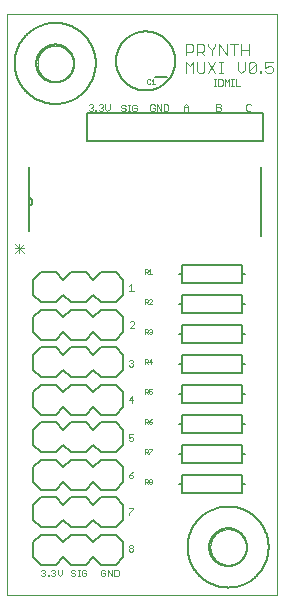
<source format=gto>
G75*
%MOIN*%
%OFA0B0*%
%FSLAX25Y25*%
%IPPOS*%
%LPD*%
%AMOC8*
5,1,8,0,0,1.08239X$1,22.5*
%
%ADD10C,0.00100*%
%ADD11C,0.00300*%
%ADD12C,0.00200*%
%ADD13C,0.00600*%
%ADD14C,0.00800*%
%ADD15C,0.00000*%
D10*
X0001050Y0001900D02*
X0001050Y0195601D01*
X0090971Y0195601D01*
X0090971Y0001900D01*
X0001050Y0001900D01*
X0046920Y0039029D02*
X0046920Y0040531D01*
X0047671Y0040531D01*
X0047921Y0040281D01*
X0047921Y0039780D01*
X0047671Y0039530D01*
X0046920Y0039530D01*
X0047421Y0039530D02*
X0047921Y0039029D01*
X0048394Y0039280D02*
X0048394Y0039530D01*
X0048644Y0039780D01*
X0049144Y0039780D01*
X0049394Y0039530D01*
X0049394Y0039280D01*
X0049144Y0039029D01*
X0048644Y0039029D01*
X0048394Y0039280D01*
X0048644Y0039780D02*
X0048394Y0040030D01*
X0048394Y0040281D01*
X0048644Y0040531D01*
X0049144Y0040531D01*
X0049394Y0040281D01*
X0049394Y0040030D01*
X0049144Y0039780D01*
X0048394Y0049029D02*
X0048394Y0049280D01*
X0049394Y0050281D01*
X0049394Y0050531D01*
X0048394Y0050531D01*
X0047921Y0050281D02*
X0047921Y0049780D01*
X0047671Y0049530D01*
X0046920Y0049530D01*
X0046920Y0049029D02*
X0046920Y0050531D01*
X0047671Y0050531D01*
X0047921Y0050281D01*
X0047421Y0049530D02*
X0047921Y0049029D01*
X0047921Y0059029D02*
X0047421Y0059530D01*
X0047671Y0059530D02*
X0046920Y0059530D01*
X0046920Y0059029D02*
X0046920Y0060531D01*
X0047671Y0060531D01*
X0047921Y0060281D01*
X0047921Y0059780D01*
X0047671Y0059530D01*
X0048394Y0059780D02*
X0049144Y0059780D01*
X0049394Y0059530D01*
X0049394Y0059280D01*
X0049144Y0059029D01*
X0048644Y0059029D01*
X0048394Y0059280D01*
X0048394Y0059780D01*
X0048894Y0060281D01*
X0049394Y0060531D01*
X0049144Y0069029D02*
X0048644Y0069029D01*
X0048394Y0069280D01*
X0048394Y0069780D02*
X0048894Y0070030D01*
X0049144Y0070030D01*
X0049394Y0069780D01*
X0049394Y0069280D01*
X0049144Y0069029D01*
X0048394Y0069780D02*
X0048394Y0070531D01*
X0049394Y0070531D01*
X0047921Y0070281D02*
X0047921Y0069780D01*
X0047671Y0069530D01*
X0046920Y0069530D01*
X0046920Y0069029D02*
X0046920Y0070531D01*
X0047671Y0070531D01*
X0047921Y0070281D01*
X0047421Y0069530D02*
X0047921Y0069029D01*
X0047921Y0079029D02*
X0047421Y0079530D01*
X0047671Y0079530D02*
X0046920Y0079530D01*
X0046920Y0079029D02*
X0046920Y0080531D01*
X0047671Y0080531D01*
X0047921Y0080281D01*
X0047921Y0079780D01*
X0047671Y0079530D01*
X0048394Y0079780D02*
X0049394Y0079780D01*
X0049144Y0079029D02*
X0049144Y0080531D01*
X0048394Y0079780D01*
X0048644Y0089029D02*
X0048394Y0089280D01*
X0048644Y0089029D02*
X0049144Y0089029D01*
X0049394Y0089280D01*
X0049394Y0089530D01*
X0049144Y0089780D01*
X0048894Y0089780D01*
X0049144Y0089780D02*
X0049394Y0090030D01*
X0049394Y0090281D01*
X0049144Y0090531D01*
X0048644Y0090531D01*
X0048394Y0090281D01*
X0047921Y0090281D02*
X0047671Y0090531D01*
X0046920Y0090531D01*
X0046920Y0089029D01*
X0046920Y0089530D02*
X0047671Y0089530D01*
X0047921Y0089780D01*
X0047921Y0090281D01*
X0047421Y0089530D02*
X0047921Y0089029D01*
X0047921Y0099029D02*
X0047421Y0099530D01*
X0047671Y0099530D02*
X0046920Y0099530D01*
X0046920Y0099029D02*
X0046920Y0100531D01*
X0047671Y0100531D01*
X0047921Y0100281D01*
X0047921Y0099780D01*
X0047671Y0099530D01*
X0048394Y0099029D02*
X0049394Y0100030D01*
X0049394Y0100281D01*
X0049144Y0100531D01*
X0048644Y0100531D01*
X0048394Y0100281D01*
X0048394Y0099029D02*
X0049394Y0099029D01*
X0049394Y0109029D02*
X0048394Y0109029D01*
X0047921Y0109029D02*
X0047421Y0109530D01*
X0047671Y0109530D02*
X0046920Y0109530D01*
X0046920Y0109029D02*
X0046920Y0110531D01*
X0047671Y0110531D01*
X0047921Y0110281D01*
X0047921Y0109780D01*
X0047671Y0109530D01*
X0048394Y0110030D02*
X0048894Y0110531D01*
X0048894Y0109029D01*
X0048629Y0172475D02*
X0048128Y0172475D01*
X0047878Y0172725D01*
X0047878Y0173726D01*
X0048128Y0173977D01*
X0048629Y0173977D01*
X0048879Y0173726D01*
X0049351Y0173476D02*
X0049852Y0173977D01*
X0049852Y0172475D01*
X0050352Y0172475D02*
X0049351Y0172475D01*
X0048879Y0172725D02*
X0048629Y0172475D01*
D11*
X0060732Y0175932D02*
X0060732Y0179635D01*
X0061967Y0178401D01*
X0063201Y0179635D01*
X0063201Y0175932D01*
X0064415Y0176549D02*
X0064415Y0179635D01*
X0064415Y0181932D02*
X0064415Y0185635D01*
X0066267Y0185635D01*
X0066884Y0185018D01*
X0066884Y0183783D01*
X0066267Y0183166D01*
X0064415Y0183166D01*
X0065650Y0183166D02*
X0066884Y0181932D01*
X0066884Y0179635D02*
X0066884Y0176549D01*
X0066267Y0175932D01*
X0065033Y0175932D01*
X0064415Y0176549D01*
X0068099Y0175932D02*
X0070567Y0179635D01*
X0069333Y0181932D02*
X0069333Y0183783D01*
X0070567Y0185018D01*
X0070567Y0185635D01*
X0069333Y0183783D02*
X0068099Y0185018D01*
X0068099Y0185635D01*
X0068099Y0179635D02*
X0070567Y0175932D01*
X0071782Y0175932D02*
X0073016Y0175932D01*
X0072399Y0175932D02*
X0072399Y0179635D01*
X0071782Y0179635D02*
X0073016Y0179635D01*
X0071782Y0181932D02*
X0071782Y0185635D01*
X0074250Y0181932D01*
X0074250Y0185635D01*
X0075465Y0185635D02*
X0077934Y0185635D01*
X0076699Y0185635D02*
X0076699Y0181932D01*
X0077920Y0179635D02*
X0077920Y0177166D01*
X0079155Y0175932D01*
X0080389Y0177166D01*
X0080389Y0179635D01*
X0081603Y0179018D02*
X0082221Y0179635D01*
X0083455Y0179635D01*
X0084072Y0179018D01*
X0081603Y0176549D01*
X0082221Y0175932D01*
X0083455Y0175932D01*
X0084072Y0176549D01*
X0084072Y0179018D01*
X0085287Y0176549D02*
X0085904Y0176549D01*
X0085904Y0175932D01*
X0085287Y0175932D01*
X0085287Y0176549D01*
X0087128Y0176549D02*
X0087745Y0175932D01*
X0088980Y0175932D01*
X0089597Y0176549D01*
X0089597Y0177783D01*
X0088980Y0178401D01*
X0088363Y0178401D01*
X0087128Y0177783D01*
X0087128Y0179635D01*
X0089597Y0179635D01*
X0081603Y0179018D02*
X0081603Y0176549D01*
X0081617Y0181932D02*
X0081617Y0185635D01*
X0081617Y0183783D02*
X0079148Y0183783D01*
X0079148Y0181932D02*
X0079148Y0185635D01*
X0063201Y0185018D02*
X0063201Y0183783D01*
X0062584Y0183166D01*
X0060732Y0183166D01*
X0060732Y0181932D02*
X0060732Y0185635D01*
X0062584Y0185635D01*
X0063201Y0185018D01*
X0006766Y0119125D02*
X0003630Y0115989D01*
X0006766Y0119125D01*
X0006766Y0117557D02*
X0003630Y0117557D01*
X0006766Y0117557D01*
X0006766Y0115989D02*
X0003630Y0119125D01*
X0006766Y0115989D01*
X0005198Y0115989D02*
X0005198Y0119125D01*
X0005198Y0115989D01*
D12*
X0028687Y0163388D02*
X0028320Y0163755D01*
X0028687Y0163388D02*
X0029421Y0163388D01*
X0029788Y0163755D01*
X0029788Y0164122D01*
X0029421Y0164489D01*
X0029054Y0164489D01*
X0029421Y0164489D02*
X0029788Y0164856D01*
X0029788Y0165223D01*
X0029421Y0165590D01*
X0028687Y0165590D01*
X0028320Y0165223D01*
X0030530Y0163755D02*
X0030897Y0163755D01*
X0030897Y0163388D01*
X0030530Y0163388D01*
X0030530Y0163755D01*
X0031635Y0163755D02*
X0032002Y0163388D01*
X0032736Y0163388D01*
X0033103Y0163755D01*
X0033103Y0164122D01*
X0032736Y0164489D01*
X0032369Y0164489D01*
X0032736Y0164489D02*
X0033103Y0164856D01*
X0033103Y0165223D01*
X0032736Y0165590D01*
X0032002Y0165590D01*
X0031635Y0165223D01*
X0033845Y0165590D02*
X0033845Y0164122D01*
X0034579Y0163388D01*
X0035313Y0164122D01*
X0035313Y0165590D01*
X0039144Y0165127D02*
X0039144Y0164760D01*
X0039511Y0164394D01*
X0040245Y0164394D01*
X0040612Y0164027D01*
X0040612Y0163660D01*
X0040245Y0163293D01*
X0039511Y0163293D01*
X0039144Y0163660D01*
X0039144Y0165127D02*
X0039511Y0165494D01*
X0040245Y0165494D01*
X0040612Y0165127D01*
X0041354Y0165494D02*
X0042088Y0165494D01*
X0041721Y0165494D02*
X0041721Y0163293D01*
X0041354Y0163293D02*
X0042088Y0163293D01*
X0042828Y0163660D02*
X0043195Y0163293D01*
X0043928Y0163293D01*
X0044295Y0163660D01*
X0044295Y0164394D01*
X0043562Y0164394D01*
X0044295Y0165127D02*
X0043928Y0165494D01*
X0043195Y0165494D01*
X0042828Y0165127D01*
X0042828Y0163660D01*
X0048868Y0163678D02*
X0049235Y0163311D01*
X0049969Y0163311D01*
X0050336Y0163678D01*
X0050336Y0164412D01*
X0049602Y0164412D01*
X0048868Y0165146D02*
X0048868Y0163678D01*
X0048868Y0165146D02*
X0049235Y0165513D01*
X0049969Y0165513D01*
X0050336Y0165146D01*
X0051078Y0165513D02*
X0051078Y0163311D01*
X0052546Y0163311D02*
X0051078Y0165513D01*
X0052546Y0165513D02*
X0052546Y0163311D01*
X0053288Y0163311D02*
X0053288Y0165513D01*
X0054389Y0165513D01*
X0054756Y0165146D01*
X0054756Y0163678D01*
X0054389Y0163311D01*
X0053288Y0163311D01*
X0060020Y0163413D02*
X0060020Y0164880D01*
X0060754Y0165614D01*
X0061488Y0164880D01*
X0061488Y0163413D01*
X0061488Y0164513D02*
X0060020Y0164513D01*
X0069981Y0171672D02*
X0070715Y0171672D01*
X0070348Y0171672D02*
X0070348Y0173874D01*
X0069981Y0173874D02*
X0070715Y0173874D01*
X0071454Y0173874D02*
X0072555Y0173874D01*
X0072922Y0173507D01*
X0072922Y0172039D01*
X0072555Y0171672D01*
X0071454Y0171672D01*
X0071454Y0173874D01*
X0073664Y0173874D02*
X0073664Y0171672D01*
X0075132Y0171672D02*
X0075132Y0173874D01*
X0074398Y0173140D01*
X0073664Y0173874D01*
X0075874Y0173874D02*
X0076608Y0173874D01*
X0076241Y0173874D02*
X0076241Y0171672D01*
X0075874Y0171672D02*
X0076608Y0171672D01*
X0077347Y0171672D02*
X0077347Y0173874D01*
X0077347Y0171672D02*
X0078815Y0171672D01*
X0081273Y0165596D02*
X0080906Y0165229D01*
X0080906Y0163761D01*
X0081273Y0163394D01*
X0082007Y0163394D01*
X0082374Y0163761D01*
X0082374Y0165229D02*
X0082007Y0165596D01*
X0081273Y0165596D01*
X0072318Y0165247D02*
X0072318Y0164880D01*
X0071951Y0164513D01*
X0070850Y0164513D01*
X0070850Y0163413D02*
X0071951Y0163413D01*
X0072318Y0163780D01*
X0072318Y0164147D01*
X0071951Y0164513D01*
X0072318Y0165247D02*
X0071951Y0165614D01*
X0070850Y0165614D01*
X0070850Y0163413D01*
X0042568Y0105605D02*
X0042568Y0103403D01*
X0041834Y0103403D02*
X0043302Y0103403D01*
X0041834Y0104871D02*
X0042568Y0105605D01*
X0042376Y0093208D02*
X0042009Y0092841D01*
X0042376Y0093208D02*
X0043110Y0093208D01*
X0043477Y0092841D01*
X0043477Y0092474D01*
X0042009Y0091006D01*
X0043477Y0091006D01*
X0042877Y0080358D02*
X0042143Y0080358D01*
X0041776Y0079991D01*
X0042510Y0079257D02*
X0042877Y0079257D01*
X0043244Y0078890D01*
X0043244Y0078523D01*
X0042877Y0078156D01*
X0042143Y0078156D01*
X0041776Y0078523D01*
X0042877Y0079257D02*
X0043244Y0079624D01*
X0043244Y0079991D01*
X0042877Y0080358D01*
X0042760Y0068179D02*
X0041660Y0067078D01*
X0043127Y0067078D01*
X0042760Y0065977D02*
X0042760Y0068179D01*
X0043244Y0055533D02*
X0041776Y0055533D01*
X0041776Y0054432D01*
X0042510Y0054799D01*
X0042877Y0054799D01*
X0043244Y0054432D01*
X0043244Y0053698D01*
X0042877Y0053331D01*
X0042143Y0053331D01*
X0041776Y0053698D01*
X0043157Y0043092D02*
X0042423Y0042725D01*
X0041689Y0041991D01*
X0042790Y0041991D01*
X0043157Y0041624D01*
X0043157Y0041257D01*
X0042790Y0040890D01*
X0042056Y0040890D01*
X0041689Y0041257D01*
X0041689Y0041991D01*
X0041689Y0031029D02*
X0043157Y0031029D01*
X0043157Y0030662D01*
X0041689Y0029194D01*
X0041689Y0028827D01*
X0042056Y0018675D02*
X0041689Y0018308D01*
X0041689Y0017941D01*
X0042056Y0017574D01*
X0042790Y0017574D01*
X0043157Y0017207D01*
X0043157Y0016840D01*
X0042790Y0016473D01*
X0042056Y0016473D01*
X0041689Y0016840D01*
X0041689Y0017207D01*
X0042056Y0017574D01*
X0042790Y0017574D02*
X0043157Y0017941D01*
X0043157Y0018308D01*
X0042790Y0018675D01*
X0042056Y0018675D01*
X0037947Y0010484D02*
X0038314Y0010117D01*
X0038314Y0008649D01*
X0037947Y0008282D01*
X0036846Y0008282D01*
X0036846Y0010484D01*
X0037947Y0010484D01*
X0036104Y0010484D02*
X0036104Y0008282D01*
X0034636Y0010484D01*
X0034636Y0008282D01*
X0033894Y0008649D02*
X0033894Y0009383D01*
X0033160Y0009383D01*
X0033894Y0008649D02*
X0033527Y0008282D01*
X0032793Y0008282D01*
X0032426Y0008649D01*
X0032426Y0010117D01*
X0032793Y0010484D01*
X0033527Y0010484D01*
X0033894Y0010117D01*
X0027577Y0010117D02*
X0027210Y0010484D01*
X0026476Y0010484D01*
X0026109Y0010117D01*
X0026109Y0008649D01*
X0026476Y0008282D01*
X0027210Y0008282D01*
X0027577Y0008649D01*
X0027577Y0009383D01*
X0026843Y0009383D01*
X0025370Y0008282D02*
X0024636Y0008282D01*
X0025003Y0008282D02*
X0025003Y0010484D01*
X0024636Y0010484D02*
X0025370Y0010484D01*
X0023894Y0010117D02*
X0023527Y0010484D01*
X0022793Y0010484D01*
X0022426Y0010117D01*
X0022426Y0009750D01*
X0022793Y0009383D01*
X0023527Y0009383D01*
X0023894Y0009016D01*
X0023894Y0008649D01*
X0023527Y0008282D01*
X0022793Y0008282D01*
X0022426Y0008649D01*
X0019418Y0009016D02*
X0019418Y0010484D01*
X0017951Y0010484D02*
X0017951Y0009016D01*
X0018685Y0008282D01*
X0019418Y0009016D01*
X0017209Y0009016D02*
X0017209Y0008649D01*
X0016842Y0008282D01*
X0016108Y0008282D01*
X0015741Y0008649D01*
X0015003Y0008649D02*
X0015003Y0008282D01*
X0014636Y0008282D01*
X0014636Y0008649D01*
X0015003Y0008649D01*
X0015741Y0010117D02*
X0016108Y0010484D01*
X0016842Y0010484D01*
X0017209Y0010117D01*
X0017209Y0009750D01*
X0016842Y0009383D01*
X0017209Y0009016D01*
X0016842Y0009383D02*
X0016475Y0009383D01*
X0013894Y0009016D02*
X0013894Y0008649D01*
X0013527Y0008282D01*
X0012793Y0008282D01*
X0012426Y0008649D01*
X0013160Y0009383D02*
X0013527Y0009383D01*
X0013894Y0009016D01*
X0013527Y0009383D02*
X0013894Y0009750D01*
X0013894Y0010117D01*
X0013527Y0010484D01*
X0012793Y0010484D01*
X0012426Y0010117D01*
D13*
X0008300Y0123339D02*
X0008300Y0131939D01*
X0008300Y0134339D01*
X0008300Y0144639D01*
X0008300Y0134339D02*
X0008369Y0134337D01*
X0008437Y0134331D01*
X0008505Y0134321D01*
X0008572Y0134308D01*
X0008638Y0134290D01*
X0008703Y0134269D01*
X0008767Y0134244D01*
X0008829Y0134216D01*
X0008890Y0134184D01*
X0008949Y0134149D01*
X0009005Y0134110D01*
X0009060Y0134068D01*
X0009111Y0134023D01*
X0009161Y0133975D01*
X0009207Y0133925D01*
X0009250Y0133872D01*
X0009291Y0133816D01*
X0009328Y0133759D01*
X0009361Y0133699D01*
X0009392Y0133637D01*
X0009418Y0133574D01*
X0009441Y0133510D01*
X0009461Y0133444D01*
X0009476Y0133377D01*
X0009488Y0133310D01*
X0009496Y0133242D01*
X0009500Y0133173D01*
X0009500Y0133105D01*
X0009496Y0133036D01*
X0009488Y0132968D01*
X0009476Y0132901D01*
X0009461Y0132834D01*
X0009441Y0132768D01*
X0009418Y0132704D01*
X0009392Y0132641D01*
X0009361Y0132579D01*
X0009328Y0132519D01*
X0009291Y0132462D01*
X0009250Y0132406D01*
X0009207Y0132353D01*
X0009161Y0132303D01*
X0009111Y0132255D01*
X0009060Y0132210D01*
X0009005Y0132168D01*
X0008949Y0132129D01*
X0008890Y0132094D01*
X0008829Y0132062D01*
X0008767Y0132034D01*
X0008703Y0132009D01*
X0008638Y0131988D01*
X0008572Y0131970D01*
X0008505Y0131957D01*
X0008437Y0131947D01*
X0008369Y0131941D01*
X0008300Y0131939D01*
X0008369Y0131941D01*
X0008437Y0131947D01*
X0008505Y0131957D01*
X0008572Y0131970D01*
X0008638Y0131988D01*
X0008703Y0132009D01*
X0008767Y0132034D01*
X0008829Y0132062D01*
X0008890Y0132094D01*
X0008949Y0132129D01*
X0009005Y0132168D01*
X0009060Y0132210D01*
X0009111Y0132255D01*
X0009161Y0132303D01*
X0009207Y0132353D01*
X0009250Y0132406D01*
X0009291Y0132462D01*
X0009328Y0132519D01*
X0009361Y0132579D01*
X0009392Y0132641D01*
X0009418Y0132704D01*
X0009441Y0132768D01*
X0009461Y0132834D01*
X0009476Y0132901D01*
X0009488Y0132968D01*
X0009496Y0133036D01*
X0009500Y0133105D01*
X0009500Y0133173D01*
X0009496Y0133242D01*
X0009488Y0133310D01*
X0009476Y0133377D01*
X0009461Y0133444D01*
X0009441Y0133510D01*
X0009418Y0133574D01*
X0009392Y0133637D01*
X0009361Y0133699D01*
X0009328Y0133759D01*
X0009291Y0133816D01*
X0009250Y0133872D01*
X0009207Y0133925D01*
X0009161Y0133975D01*
X0009111Y0134023D01*
X0009060Y0134068D01*
X0009005Y0134110D01*
X0008949Y0134149D01*
X0008890Y0134184D01*
X0008829Y0134216D01*
X0008767Y0134244D01*
X0008703Y0134269D01*
X0008638Y0134290D01*
X0008572Y0134308D01*
X0008505Y0134321D01*
X0008437Y0134331D01*
X0008369Y0134337D01*
X0008300Y0134339D01*
X0027696Y0153234D02*
X0027696Y0162419D01*
X0027780Y0162503D02*
X0086552Y0162503D01*
X0086552Y0153234D01*
X0027696Y0153234D01*
X0003651Y0179225D02*
X0003655Y0179556D01*
X0003667Y0179887D01*
X0003688Y0180218D01*
X0003716Y0180548D01*
X0003753Y0180878D01*
X0003797Y0181206D01*
X0003850Y0181533D01*
X0003910Y0181859D01*
X0003979Y0182183D01*
X0004056Y0182505D01*
X0004140Y0182826D01*
X0004232Y0183144D01*
X0004332Y0183460D01*
X0004440Y0183773D01*
X0004556Y0184084D01*
X0004679Y0184391D01*
X0004809Y0184696D01*
X0004947Y0184997D01*
X0005092Y0185295D01*
X0005245Y0185589D01*
X0005405Y0185879D01*
X0005572Y0186165D01*
X0005745Y0186447D01*
X0005926Y0186725D01*
X0006114Y0186998D01*
X0006308Y0187267D01*
X0006508Y0187531D01*
X0006715Y0187789D01*
X0006929Y0188043D01*
X0007148Y0188291D01*
X0007374Y0188534D01*
X0007605Y0188771D01*
X0007842Y0189002D01*
X0008085Y0189228D01*
X0008333Y0189447D01*
X0008587Y0189661D01*
X0008845Y0189868D01*
X0009109Y0190068D01*
X0009378Y0190262D01*
X0009651Y0190450D01*
X0009929Y0190631D01*
X0010211Y0190804D01*
X0010497Y0190971D01*
X0010787Y0191131D01*
X0011081Y0191284D01*
X0011379Y0191429D01*
X0011680Y0191567D01*
X0011985Y0191697D01*
X0012292Y0191820D01*
X0012603Y0191936D01*
X0012916Y0192044D01*
X0013232Y0192144D01*
X0013550Y0192236D01*
X0013871Y0192320D01*
X0014193Y0192397D01*
X0014517Y0192466D01*
X0014843Y0192526D01*
X0015170Y0192579D01*
X0015498Y0192623D01*
X0015828Y0192660D01*
X0016158Y0192688D01*
X0016489Y0192709D01*
X0016820Y0192721D01*
X0017151Y0192725D01*
X0017482Y0192721D01*
X0017813Y0192709D01*
X0018144Y0192688D01*
X0018474Y0192660D01*
X0018804Y0192623D01*
X0019132Y0192579D01*
X0019459Y0192526D01*
X0019785Y0192466D01*
X0020109Y0192397D01*
X0020431Y0192320D01*
X0020752Y0192236D01*
X0021070Y0192144D01*
X0021386Y0192044D01*
X0021699Y0191936D01*
X0022010Y0191820D01*
X0022317Y0191697D01*
X0022622Y0191567D01*
X0022923Y0191429D01*
X0023221Y0191284D01*
X0023515Y0191131D01*
X0023805Y0190971D01*
X0024091Y0190804D01*
X0024373Y0190631D01*
X0024651Y0190450D01*
X0024924Y0190262D01*
X0025193Y0190068D01*
X0025457Y0189868D01*
X0025715Y0189661D01*
X0025969Y0189447D01*
X0026217Y0189228D01*
X0026460Y0189002D01*
X0026697Y0188771D01*
X0026928Y0188534D01*
X0027154Y0188291D01*
X0027373Y0188043D01*
X0027587Y0187789D01*
X0027794Y0187531D01*
X0027994Y0187267D01*
X0028188Y0186998D01*
X0028376Y0186725D01*
X0028557Y0186447D01*
X0028730Y0186165D01*
X0028897Y0185879D01*
X0029057Y0185589D01*
X0029210Y0185295D01*
X0029355Y0184997D01*
X0029493Y0184696D01*
X0029623Y0184391D01*
X0029746Y0184084D01*
X0029862Y0183773D01*
X0029970Y0183460D01*
X0030070Y0183144D01*
X0030162Y0182826D01*
X0030246Y0182505D01*
X0030323Y0182183D01*
X0030392Y0181859D01*
X0030452Y0181533D01*
X0030505Y0181206D01*
X0030549Y0180878D01*
X0030586Y0180548D01*
X0030614Y0180218D01*
X0030635Y0179887D01*
X0030647Y0179556D01*
X0030651Y0179225D01*
X0030647Y0178894D01*
X0030635Y0178563D01*
X0030614Y0178232D01*
X0030586Y0177902D01*
X0030549Y0177572D01*
X0030505Y0177244D01*
X0030452Y0176917D01*
X0030392Y0176591D01*
X0030323Y0176267D01*
X0030246Y0175945D01*
X0030162Y0175624D01*
X0030070Y0175306D01*
X0029970Y0174990D01*
X0029862Y0174677D01*
X0029746Y0174366D01*
X0029623Y0174059D01*
X0029493Y0173754D01*
X0029355Y0173453D01*
X0029210Y0173155D01*
X0029057Y0172861D01*
X0028897Y0172571D01*
X0028730Y0172285D01*
X0028557Y0172003D01*
X0028376Y0171725D01*
X0028188Y0171452D01*
X0027994Y0171183D01*
X0027794Y0170919D01*
X0027587Y0170661D01*
X0027373Y0170407D01*
X0027154Y0170159D01*
X0026928Y0169916D01*
X0026697Y0169679D01*
X0026460Y0169448D01*
X0026217Y0169222D01*
X0025969Y0169003D01*
X0025715Y0168789D01*
X0025457Y0168582D01*
X0025193Y0168382D01*
X0024924Y0168188D01*
X0024651Y0168000D01*
X0024373Y0167819D01*
X0024091Y0167646D01*
X0023805Y0167479D01*
X0023515Y0167319D01*
X0023221Y0167166D01*
X0022923Y0167021D01*
X0022622Y0166883D01*
X0022317Y0166753D01*
X0022010Y0166630D01*
X0021699Y0166514D01*
X0021386Y0166406D01*
X0021070Y0166306D01*
X0020752Y0166214D01*
X0020431Y0166130D01*
X0020109Y0166053D01*
X0019785Y0165984D01*
X0019459Y0165924D01*
X0019132Y0165871D01*
X0018804Y0165827D01*
X0018474Y0165790D01*
X0018144Y0165762D01*
X0017813Y0165741D01*
X0017482Y0165729D01*
X0017151Y0165725D01*
X0016820Y0165729D01*
X0016489Y0165741D01*
X0016158Y0165762D01*
X0015828Y0165790D01*
X0015498Y0165827D01*
X0015170Y0165871D01*
X0014843Y0165924D01*
X0014517Y0165984D01*
X0014193Y0166053D01*
X0013871Y0166130D01*
X0013550Y0166214D01*
X0013232Y0166306D01*
X0012916Y0166406D01*
X0012603Y0166514D01*
X0012292Y0166630D01*
X0011985Y0166753D01*
X0011680Y0166883D01*
X0011379Y0167021D01*
X0011081Y0167166D01*
X0010787Y0167319D01*
X0010497Y0167479D01*
X0010211Y0167646D01*
X0009929Y0167819D01*
X0009651Y0168000D01*
X0009378Y0168188D01*
X0009109Y0168382D01*
X0008845Y0168582D01*
X0008587Y0168789D01*
X0008333Y0169003D01*
X0008085Y0169222D01*
X0007842Y0169448D01*
X0007605Y0169679D01*
X0007374Y0169916D01*
X0007148Y0170159D01*
X0006929Y0170407D01*
X0006715Y0170661D01*
X0006508Y0170919D01*
X0006308Y0171183D01*
X0006114Y0171452D01*
X0005926Y0171725D01*
X0005745Y0172003D01*
X0005572Y0172285D01*
X0005405Y0172571D01*
X0005245Y0172861D01*
X0005092Y0173155D01*
X0004947Y0173453D01*
X0004809Y0173754D01*
X0004679Y0174059D01*
X0004556Y0174366D01*
X0004440Y0174677D01*
X0004332Y0174990D01*
X0004232Y0175306D01*
X0004140Y0175624D01*
X0004056Y0175945D01*
X0003979Y0176267D01*
X0003910Y0176591D01*
X0003850Y0176917D01*
X0003797Y0177244D01*
X0003753Y0177572D01*
X0003716Y0177902D01*
X0003688Y0178232D01*
X0003667Y0178563D01*
X0003655Y0178894D01*
X0003651Y0179225D01*
X0061274Y0018000D02*
X0061278Y0018331D01*
X0061290Y0018662D01*
X0061311Y0018993D01*
X0061339Y0019323D01*
X0061376Y0019653D01*
X0061420Y0019981D01*
X0061473Y0020308D01*
X0061533Y0020634D01*
X0061602Y0020958D01*
X0061679Y0021280D01*
X0061763Y0021601D01*
X0061855Y0021919D01*
X0061955Y0022235D01*
X0062063Y0022548D01*
X0062179Y0022859D01*
X0062302Y0023166D01*
X0062432Y0023471D01*
X0062570Y0023772D01*
X0062715Y0024070D01*
X0062868Y0024364D01*
X0063028Y0024654D01*
X0063195Y0024940D01*
X0063368Y0025222D01*
X0063549Y0025500D01*
X0063737Y0025773D01*
X0063931Y0026042D01*
X0064131Y0026306D01*
X0064338Y0026564D01*
X0064552Y0026818D01*
X0064771Y0027066D01*
X0064997Y0027309D01*
X0065228Y0027546D01*
X0065465Y0027777D01*
X0065708Y0028003D01*
X0065956Y0028222D01*
X0066210Y0028436D01*
X0066468Y0028643D01*
X0066732Y0028843D01*
X0067001Y0029037D01*
X0067274Y0029225D01*
X0067552Y0029406D01*
X0067834Y0029579D01*
X0068120Y0029746D01*
X0068410Y0029906D01*
X0068704Y0030059D01*
X0069002Y0030204D01*
X0069303Y0030342D01*
X0069608Y0030472D01*
X0069915Y0030595D01*
X0070226Y0030711D01*
X0070539Y0030819D01*
X0070855Y0030919D01*
X0071173Y0031011D01*
X0071494Y0031095D01*
X0071816Y0031172D01*
X0072140Y0031241D01*
X0072466Y0031301D01*
X0072793Y0031354D01*
X0073121Y0031398D01*
X0073451Y0031435D01*
X0073781Y0031463D01*
X0074112Y0031484D01*
X0074443Y0031496D01*
X0074774Y0031500D01*
X0075105Y0031496D01*
X0075436Y0031484D01*
X0075767Y0031463D01*
X0076097Y0031435D01*
X0076427Y0031398D01*
X0076755Y0031354D01*
X0077082Y0031301D01*
X0077408Y0031241D01*
X0077732Y0031172D01*
X0078054Y0031095D01*
X0078375Y0031011D01*
X0078693Y0030919D01*
X0079009Y0030819D01*
X0079322Y0030711D01*
X0079633Y0030595D01*
X0079940Y0030472D01*
X0080245Y0030342D01*
X0080546Y0030204D01*
X0080844Y0030059D01*
X0081138Y0029906D01*
X0081428Y0029746D01*
X0081714Y0029579D01*
X0081996Y0029406D01*
X0082274Y0029225D01*
X0082547Y0029037D01*
X0082816Y0028843D01*
X0083080Y0028643D01*
X0083338Y0028436D01*
X0083592Y0028222D01*
X0083840Y0028003D01*
X0084083Y0027777D01*
X0084320Y0027546D01*
X0084551Y0027309D01*
X0084777Y0027066D01*
X0084996Y0026818D01*
X0085210Y0026564D01*
X0085417Y0026306D01*
X0085617Y0026042D01*
X0085811Y0025773D01*
X0085999Y0025500D01*
X0086180Y0025222D01*
X0086353Y0024940D01*
X0086520Y0024654D01*
X0086680Y0024364D01*
X0086833Y0024070D01*
X0086978Y0023772D01*
X0087116Y0023471D01*
X0087246Y0023166D01*
X0087369Y0022859D01*
X0087485Y0022548D01*
X0087593Y0022235D01*
X0087693Y0021919D01*
X0087785Y0021601D01*
X0087869Y0021280D01*
X0087946Y0020958D01*
X0088015Y0020634D01*
X0088075Y0020308D01*
X0088128Y0019981D01*
X0088172Y0019653D01*
X0088209Y0019323D01*
X0088237Y0018993D01*
X0088258Y0018662D01*
X0088270Y0018331D01*
X0088274Y0018000D01*
X0088270Y0017669D01*
X0088258Y0017338D01*
X0088237Y0017007D01*
X0088209Y0016677D01*
X0088172Y0016347D01*
X0088128Y0016019D01*
X0088075Y0015692D01*
X0088015Y0015366D01*
X0087946Y0015042D01*
X0087869Y0014720D01*
X0087785Y0014399D01*
X0087693Y0014081D01*
X0087593Y0013765D01*
X0087485Y0013452D01*
X0087369Y0013141D01*
X0087246Y0012834D01*
X0087116Y0012529D01*
X0086978Y0012228D01*
X0086833Y0011930D01*
X0086680Y0011636D01*
X0086520Y0011346D01*
X0086353Y0011060D01*
X0086180Y0010778D01*
X0085999Y0010500D01*
X0085811Y0010227D01*
X0085617Y0009958D01*
X0085417Y0009694D01*
X0085210Y0009436D01*
X0084996Y0009182D01*
X0084777Y0008934D01*
X0084551Y0008691D01*
X0084320Y0008454D01*
X0084083Y0008223D01*
X0083840Y0007997D01*
X0083592Y0007778D01*
X0083338Y0007564D01*
X0083080Y0007357D01*
X0082816Y0007157D01*
X0082547Y0006963D01*
X0082274Y0006775D01*
X0081996Y0006594D01*
X0081714Y0006421D01*
X0081428Y0006254D01*
X0081138Y0006094D01*
X0080844Y0005941D01*
X0080546Y0005796D01*
X0080245Y0005658D01*
X0079940Y0005528D01*
X0079633Y0005405D01*
X0079322Y0005289D01*
X0079009Y0005181D01*
X0078693Y0005081D01*
X0078375Y0004989D01*
X0078054Y0004905D01*
X0077732Y0004828D01*
X0077408Y0004759D01*
X0077082Y0004699D01*
X0076755Y0004646D01*
X0076427Y0004602D01*
X0076097Y0004565D01*
X0075767Y0004537D01*
X0075436Y0004516D01*
X0075105Y0004504D01*
X0074774Y0004500D01*
X0074443Y0004504D01*
X0074112Y0004516D01*
X0073781Y0004537D01*
X0073451Y0004565D01*
X0073121Y0004602D01*
X0072793Y0004646D01*
X0072466Y0004699D01*
X0072140Y0004759D01*
X0071816Y0004828D01*
X0071494Y0004905D01*
X0071173Y0004989D01*
X0070855Y0005081D01*
X0070539Y0005181D01*
X0070226Y0005289D01*
X0069915Y0005405D01*
X0069608Y0005528D01*
X0069303Y0005658D01*
X0069002Y0005796D01*
X0068704Y0005941D01*
X0068410Y0006094D01*
X0068120Y0006254D01*
X0067834Y0006421D01*
X0067552Y0006594D01*
X0067274Y0006775D01*
X0067001Y0006963D01*
X0066732Y0007157D01*
X0066468Y0007357D01*
X0066210Y0007564D01*
X0065956Y0007778D01*
X0065708Y0007997D01*
X0065465Y0008223D01*
X0065228Y0008454D01*
X0064997Y0008691D01*
X0064771Y0008934D01*
X0064552Y0009182D01*
X0064338Y0009436D01*
X0064131Y0009694D01*
X0063931Y0009958D01*
X0063737Y0010227D01*
X0063549Y0010500D01*
X0063368Y0010778D01*
X0063195Y0011060D01*
X0063028Y0011346D01*
X0062868Y0011636D01*
X0062715Y0011930D01*
X0062570Y0012228D01*
X0062432Y0012529D01*
X0062302Y0012834D01*
X0062179Y0013141D01*
X0062063Y0013452D01*
X0061955Y0013765D01*
X0061855Y0014081D01*
X0061763Y0014399D01*
X0061679Y0014720D01*
X0061602Y0015042D01*
X0061533Y0015366D01*
X0061473Y0015692D01*
X0061420Y0016019D01*
X0061376Y0016347D01*
X0061339Y0016677D01*
X0061311Y0017007D01*
X0061290Y0017338D01*
X0061278Y0017669D01*
X0061274Y0018000D01*
X0085900Y0121639D02*
X0085900Y0144639D01*
D14*
X0079370Y0111979D02*
X0079370Y0108979D01*
X0080370Y0108979D01*
X0079370Y0108979D02*
X0079370Y0105979D01*
X0059370Y0105979D01*
X0059370Y0108979D01*
X0058370Y0108979D01*
X0059370Y0108979D02*
X0059370Y0111979D01*
X0079370Y0111979D01*
X0079370Y0101979D02*
X0079370Y0098979D01*
X0080370Y0098979D01*
X0079370Y0098979D02*
X0079370Y0095979D01*
X0059370Y0095979D01*
X0059370Y0098979D01*
X0058370Y0098979D01*
X0059370Y0098979D02*
X0059370Y0101979D01*
X0079370Y0101979D01*
X0079370Y0091979D02*
X0079370Y0088979D01*
X0080370Y0088979D01*
X0079370Y0088979D02*
X0079370Y0085979D01*
X0059370Y0085979D01*
X0059370Y0088979D01*
X0058370Y0088979D01*
X0059370Y0088979D02*
X0059370Y0091979D01*
X0079370Y0091979D01*
X0079370Y0081979D02*
X0079370Y0078979D01*
X0080370Y0078979D01*
X0079370Y0078979D02*
X0079370Y0075979D01*
X0059370Y0075979D01*
X0059370Y0078979D01*
X0058370Y0078979D01*
X0059370Y0078979D02*
X0059370Y0081979D01*
X0079370Y0081979D01*
X0079370Y0071979D02*
X0079370Y0068979D01*
X0080370Y0068979D01*
X0079370Y0068979D02*
X0079370Y0065979D01*
X0059370Y0065979D01*
X0059370Y0068979D01*
X0058370Y0068979D01*
X0059370Y0068979D02*
X0059370Y0071979D01*
X0079370Y0071979D01*
X0079370Y0061979D02*
X0079370Y0058979D01*
X0080370Y0058979D01*
X0079370Y0058979D02*
X0079370Y0055979D01*
X0059370Y0055979D01*
X0059370Y0058979D01*
X0058370Y0058979D01*
X0059370Y0058979D02*
X0059370Y0061979D01*
X0079370Y0061979D01*
X0079370Y0051979D02*
X0079370Y0048979D01*
X0080370Y0048979D01*
X0079370Y0048979D02*
X0079370Y0045979D01*
X0059370Y0045979D01*
X0059370Y0048979D01*
X0058370Y0048979D01*
X0059370Y0048979D02*
X0059370Y0051979D01*
X0079370Y0051979D01*
X0079370Y0041979D02*
X0079370Y0038979D01*
X0080370Y0038979D01*
X0079370Y0038979D02*
X0079370Y0035979D01*
X0059370Y0035979D01*
X0059370Y0038979D01*
X0058370Y0038979D01*
X0059370Y0038979D02*
X0059370Y0041979D01*
X0079370Y0041979D01*
X0068475Y0018000D02*
X0068477Y0018158D01*
X0068483Y0018316D01*
X0068493Y0018474D01*
X0068507Y0018632D01*
X0068525Y0018789D01*
X0068546Y0018946D01*
X0068572Y0019102D01*
X0068602Y0019258D01*
X0068635Y0019413D01*
X0068673Y0019566D01*
X0068714Y0019719D01*
X0068759Y0019871D01*
X0068808Y0020022D01*
X0068861Y0020171D01*
X0068917Y0020319D01*
X0068977Y0020465D01*
X0069041Y0020610D01*
X0069109Y0020753D01*
X0069180Y0020895D01*
X0069254Y0021035D01*
X0069332Y0021172D01*
X0069414Y0021308D01*
X0069498Y0021442D01*
X0069587Y0021573D01*
X0069678Y0021702D01*
X0069773Y0021829D01*
X0069870Y0021954D01*
X0069971Y0022076D01*
X0070075Y0022195D01*
X0070182Y0022312D01*
X0070292Y0022426D01*
X0070405Y0022537D01*
X0070520Y0022646D01*
X0070638Y0022751D01*
X0070759Y0022853D01*
X0070882Y0022953D01*
X0071008Y0023049D01*
X0071136Y0023142D01*
X0071266Y0023232D01*
X0071399Y0023318D01*
X0071534Y0023402D01*
X0071670Y0023481D01*
X0071809Y0023558D01*
X0071950Y0023630D01*
X0072092Y0023700D01*
X0072236Y0023765D01*
X0072382Y0023827D01*
X0072529Y0023885D01*
X0072678Y0023940D01*
X0072828Y0023991D01*
X0072979Y0024038D01*
X0073131Y0024081D01*
X0073284Y0024120D01*
X0073439Y0024156D01*
X0073594Y0024187D01*
X0073750Y0024215D01*
X0073906Y0024239D01*
X0074063Y0024259D01*
X0074221Y0024275D01*
X0074378Y0024287D01*
X0074537Y0024295D01*
X0074695Y0024299D01*
X0074853Y0024299D01*
X0075011Y0024295D01*
X0075170Y0024287D01*
X0075327Y0024275D01*
X0075485Y0024259D01*
X0075642Y0024239D01*
X0075798Y0024215D01*
X0075954Y0024187D01*
X0076109Y0024156D01*
X0076264Y0024120D01*
X0076417Y0024081D01*
X0076569Y0024038D01*
X0076720Y0023991D01*
X0076870Y0023940D01*
X0077019Y0023885D01*
X0077166Y0023827D01*
X0077312Y0023765D01*
X0077456Y0023700D01*
X0077598Y0023630D01*
X0077739Y0023558D01*
X0077878Y0023481D01*
X0078014Y0023402D01*
X0078149Y0023318D01*
X0078282Y0023232D01*
X0078412Y0023142D01*
X0078540Y0023049D01*
X0078666Y0022953D01*
X0078789Y0022853D01*
X0078910Y0022751D01*
X0079028Y0022646D01*
X0079143Y0022537D01*
X0079256Y0022426D01*
X0079366Y0022312D01*
X0079473Y0022195D01*
X0079577Y0022076D01*
X0079678Y0021954D01*
X0079775Y0021829D01*
X0079870Y0021702D01*
X0079961Y0021573D01*
X0080050Y0021442D01*
X0080134Y0021308D01*
X0080216Y0021172D01*
X0080294Y0021035D01*
X0080368Y0020895D01*
X0080439Y0020753D01*
X0080507Y0020610D01*
X0080571Y0020465D01*
X0080631Y0020319D01*
X0080687Y0020171D01*
X0080740Y0020022D01*
X0080789Y0019871D01*
X0080834Y0019719D01*
X0080875Y0019566D01*
X0080913Y0019413D01*
X0080946Y0019258D01*
X0080976Y0019102D01*
X0081002Y0018946D01*
X0081023Y0018789D01*
X0081041Y0018632D01*
X0081055Y0018474D01*
X0081065Y0018316D01*
X0081071Y0018158D01*
X0081073Y0018000D01*
X0081071Y0017842D01*
X0081065Y0017684D01*
X0081055Y0017526D01*
X0081041Y0017368D01*
X0081023Y0017211D01*
X0081002Y0017054D01*
X0080976Y0016898D01*
X0080946Y0016742D01*
X0080913Y0016587D01*
X0080875Y0016434D01*
X0080834Y0016281D01*
X0080789Y0016129D01*
X0080740Y0015978D01*
X0080687Y0015829D01*
X0080631Y0015681D01*
X0080571Y0015535D01*
X0080507Y0015390D01*
X0080439Y0015247D01*
X0080368Y0015105D01*
X0080294Y0014965D01*
X0080216Y0014828D01*
X0080134Y0014692D01*
X0080050Y0014558D01*
X0079961Y0014427D01*
X0079870Y0014298D01*
X0079775Y0014171D01*
X0079678Y0014046D01*
X0079577Y0013924D01*
X0079473Y0013805D01*
X0079366Y0013688D01*
X0079256Y0013574D01*
X0079143Y0013463D01*
X0079028Y0013354D01*
X0078910Y0013249D01*
X0078789Y0013147D01*
X0078666Y0013047D01*
X0078540Y0012951D01*
X0078412Y0012858D01*
X0078282Y0012768D01*
X0078149Y0012682D01*
X0078014Y0012598D01*
X0077878Y0012519D01*
X0077739Y0012442D01*
X0077598Y0012370D01*
X0077456Y0012300D01*
X0077312Y0012235D01*
X0077166Y0012173D01*
X0077019Y0012115D01*
X0076870Y0012060D01*
X0076720Y0012009D01*
X0076569Y0011962D01*
X0076417Y0011919D01*
X0076264Y0011880D01*
X0076109Y0011844D01*
X0075954Y0011813D01*
X0075798Y0011785D01*
X0075642Y0011761D01*
X0075485Y0011741D01*
X0075327Y0011725D01*
X0075170Y0011713D01*
X0075011Y0011705D01*
X0074853Y0011701D01*
X0074695Y0011701D01*
X0074537Y0011705D01*
X0074378Y0011713D01*
X0074221Y0011725D01*
X0074063Y0011741D01*
X0073906Y0011761D01*
X0073750Y0011785D01*
X0073594Y0011813D01*
X0073439Y0011844D01*
X0073284Y0011880D01*
X0073131Y0011919D01*
X0072979Y0011962D01*
X0072828Y0012009D01*
X0072678Y0012060D01*
X0072529Y0012115D01*
X0072382Y0012173D01*
X0072236Y0012235D01*
X0072092Y0012300D01*
X0071950Y0012370D01*
X0071809Y0012442D01*
X0071670Y0012519D01*
X0071534Y0012598D01*
X0071399Y0012682D01*
X0071266Y0012768D01*
X0071136Y0012858D01*
X0071008Y0012951D01*
X0070882Y0013047D01*
X0070759Y0013147D01*
X0070638Y0013249D01*
X0070520Y0013354D01*
X0070405Y0013463D01*
X0070292Y0013574D01*
X0070182Y0013688D01*
X0070075Y0013805D01*
X0069971Y0013924D01*
X0069870Y0014046D01*
X0069773Y0014171D01*
X0069678Y0014298D01*
X0069587Y0014427D01*
X0069498Y0014558D01*
X0069414Y0014692D01*
X0069332Y0014828D01*
X0069254Y0014965D01*
X0069180Y0015105D01*
X0069109Y0015247D01*
X0069041Y0015390D01*
X0068977Y0015535D01*
X0068917Y0015681D01*
X0068861Y0015829D01*
X0068808Y0015978D01*
X0068759Y0016129D01*
X0068714Y0016281D01*
X0068673Y0016434D01*
X0068635Y0016587D01*
X0068602Y0016742D01*
X0068572Y0016898D01*
X0068546Y0017054D01*
X0068525Y0017211D01*
X0068507Y0017368D01*
X0068493Y0017526D01*
X0068483Y0017684D01*
X0068477Y0017842D01*
X0068475Y0018000D01*
X0039826Y0019632D02*
X0039826Y0014632D01*
X0037326Y0012132D01*
X0032326Y0012132D01*
X0029826Y0014632D01*
X0027326Y0012132D01*
X0022326Y0012132D01*
X0019826Y0014632D01*
X0017326Y0012132D01*
X0012326Y0012132D01*
X0009826Y0014632D01*
X0009826Y0019632D01*
X0012326Y0022132D01*
X0017326Y0022132D01*
X0019826Y0019632D01*
X0022326Y0022132D01*
X0027326Y0022132D01*
X0029826Y0019632D01*
X0032326Y0022132D01*
X0037326Y0022132D01*
X0039826Y0019632D01*
X0037326Y0024632D02*
X0032326Y0024632D01*
X0029826Y0027132D01*
X0027326Y0024632D01*
X0022326Y0024632D01*
X0019826Y0027132D01*
X0017326Y0024632D01*
X0012326Y0024632D01*
X0009826Y0027132D01*
X0009826Y0032132D01*
X0012326Y0034632D01*
X0017326Y0034632D01*
X0019826Y0032132D01*
X0022326Y0034632D01*
X0027326Y0034632D01*
X0029826Y0032132D01*
X0032326Y0034632D01*
X0037326Y0034632D01*
X0039826Y0032132D01*
X0039826Y0027132D01*
X0037326Y0024632D01*
X0037326Y0037132D02*
X0032326Y0037132D01*
X0029826Y0039632D01*
X0027326Y0037132D01*
X0022326Y0037132D01*
X0019826Y0039632D01*
X0017326Y0037132D01*
X0012326Y0037132D01*
X0009826Y0039632D01*
X0009826Y0044632D01*
X0012326Y0047132D01*
X0017326Y0047132D01*
X0019826Y0044632D01*
X0022326Y0047132D01*
X0027326Y0047132D01*
X0029826Y0044632D01*
X0032326Y0047132D01*
X0037326Y0047132D01*
X0039826Y0044632D01*
X0039826Y0039632D01*
X0037326Y0037132D01*
X0037326Y0049632D02*
X0032326Y0049632D01*
X0029826Y0052132D01*
X0027326Y0049632D01*
X0022326Y0049632D01*
X0019826Y0052132D01*
X0017326Y0049632D01*
X0012326Y0049632D01*
X0009826Y0052132D01*
X0009826Y0057132D01*
X0012326Y0059632D01*
X0017326Y0059632D01*
X0019826Y0057132D01*
X0022326Y0059632D01*
X0027326Y0059632D01*
X0029826Y0057132D01*
X0032326Y0059632D01*
X0037326Y0059632D01*
X0039826Y0057132D01*
X0039826Y0052132D01*
X0037326Y0049632D01*
X0037326Y0062132D02*
X0032326Y0062132D01*
X0029826Y0064632D01*
X0027326Y0062132D01*
X0022326Y0062132D01*
X0019826Y0064632D01*
X0017326Y0062132D01*
X0012326Y0062132D01*
X0009826Y0064632D01*
X0009826Y0069632D01*
X0012326Y0072132D01*
X0017326Y0072132D01*
X0019826Y0069632D01*
X0022326Y0072132D01*
X0027326Y0072132D01*
X0029826Y0069632D01*
X0032326Y0072132D01*
X0037326Y0072132D01*
X0039826Y0069632D01*
X0039826Y0064632D01*
X0037326Y0062132D01*
X0037326Y0074632D02*
X0032326Y0074632D01*
X0029826Y0077132D01*
X0027326Y0074632D01*
X0022326Y0074632D01*
X0019826Y0077132D01*
X0017326Y0074632D01*
X0012326Y0074632D01*
X0009826Y0077132D01*
X0009826Y0082132D01*
X0012326Y0084632D01*
X0017326Y0084632D01*
X0019826Y0082132D01*
X0022326Y0084632D01*
X0027326Y0084632D01*
X0029826Y0082132D01*
X0032326Y0084632D01*
X0037326Y0084632D01*
X0039826Y0082132D01*
X0039826Y0077132D01*
X0037326Y0074632D01*
X0037326Y0087132D02*
X0032326Y0087132D01*
X0029826Y0089632D01*
X0027326Y0087132D01*
X0022326Y0087132D01*
X0019826Y0089632D01*
X0017326Y0087132D01*
X0012326Y0087132D01*
X0009826Y0089632D01*
X0009826Y0094632D01*
X0012326Y0097132D01*
X0017326Y0097132D01*
X0019826Y0094632D01*
X0022326Y0097132D01*
X0027326Y0097132D01*
X0029826Y0094632D01*
X0032326Y0097132D01*
X0037326Y0097132D01*
X0039826Y0094632D01*
X0039826Y0089632D01*
X0037326Y0087132D01*
X0037326Y0099632D02*
X0032326Y0099632D01*
X0029826Y0102132D01*
X0027326Y0099632D01*
X0022326Y0099632D01*
X0019826Y0102132D01*
X0017326Y0099632D01*
X0012326Y0099632D01*
X0009826Y0102132D01*
X0009826Y0107132D01*
X0012326Y0109632D01*
X0017326Y0109632D01*
X0019826Y0107132D01*
X0022326Y0109632D01*
X0027326Y0109632D01*
X0029826Y0107132D01*
X0032326Y0109632D01*
X0037326Y0109632D01*
X0039826Y0107132D01*
X0039826Y0102132D01*
X0037326Y0099632D01*
X0050274Y0174525D02*
X0054274Y0174525D01*
X0037431Y0180025D02*
X0037434Y0180267D01*
X0037443Y0180508D01*
X0037458Y0180749D01*
X0037478Y0180990D01*
X0037505Y0181230D01*
X0037538Y0181469D01*
X0037576Y0181708D01*
X0037620Y0181945D01*
X0037670Y0182182D01*
X0037726Y0182417D01*
X0037788Y0182650D01*
X0037855Y0182882D01*
X0037928Y0183113D01*
X0038006Y0183341D01*
X0038091Y0183567D01*
X0038180Y0183792D01*
X0038275Y0184014D01*
X0038376Y0184233D01*
X0038482Y0184451D01*
X0038593Y0184665D01*
X0038710Y0184877D01*
X0038831Y0185085D01*
X0038958Y0185291D01*
X0039090Y0185493D01*
X0039227Y0185693D01*
X0039368Y0185888D01*
X0039514Y0186081D01*
X0039665Y0186269D01*
X0039821Y0186454D01*
X0039981Y0186635D01*
X0040145Y0186812D01*
X0040314Y0186985D01*
X0040487Y0187154D01*
X0040664Y0187318D01*
X0040845Y0187478D01*
X0041030Y0187634D01*
X0041218Y0187785D01*
X0041411Y0187931D01*
X0041606Y0188072D01*
X0041806Y0188209D01*
X0042008Y0188341D01*
X0042214Y0188468D01*
X0042422Y0188589D01*
X0042634Y0188706D01*
X0042848Y0188817D01*
X0043066Y0188923D01*
X0043285Y0189024D01*
X0043507Y0189119D01*
X0043732Y0189208D01*
X0043958Y0189293D01*
X0044186Y0189371D01*
X0044417Y0189444D01*
X0044649Y0189511D01*
X0044882Y0189573D01*
X0045117Y0189629D01*
X0045354Y0189679D01*
X0045591Y0189723D01*
X0045830Y0189761D01*
X0046069Y0189794D01*
X0046309Y0189821D01*
X0046550Y0189841D01*
X0046791Y0189856D01*
X0047032Y0189865D01*
X0047274Y0189868D01*
X0047516Y0189865D01*
X0047757Y0189856D01*
X0047998Y0189841D01*
X0048239Y0189821D01*
X0048479Y0189794D01*
X0048718Y0189761D01*
X0048957Y0189723D01*
X0049194Y0189679D01*
X0049431Y0189629D01*
X0049666Y0189573D01*
X0049899Y0189511D01*
X0050131Y0189444D01*
X0050362Y0189371D01*
X0050590Y0189293D01*
X0050816Y0189208D01*
X0051041Y0189119D01*
X0051263Y0189024D01*
X0051482Y0188923D01*
X0051700Y0188817D01*
X0051914Y0188706D01*
X0052126Y0188589D01*
X0052334Y0188468D01*
X0052540Y0188341D01*
X0052742Y0188209D01*
X0052942Y0188072D01*
X0053137Y0187931D01*
X0053330Y0187785D01*
X0053518Y0187634D01*
X0053703Y0187478D01*
X0053884Y0187318D01*
X0054061Y0187154D01*
X0054234Y0186985D01*
X0054403Y0186812D01*
X0054567Y0186635D01*
X0054727Y0186454D01*
X0054883Y0186269D01*
X0055034Y0186081D01*
X0055180Y0185888D01*
X0055321Y0185693D01*
X0055458Y0185493D01*
X0055590Y0185291D01*
X0055717Y0185085D01*
X0055838Y0184877D01*
X0055955Y0184665D01*
X0056066Y0184451D01*
X0056172Y0184233D01*
X0056273Y0184014D01*
X0056368Y0183792D01*
X0056457Y0183567D01*
X0056542Y0183341D01*
X0056620Y0183113D01*
X0056693Y0182882D01*
X0056760Y0182650D01*
X0056822Y0182417D01*
X0056878Y0182182D01*
X0056928Y0181945D01*
X0056972Y0181708D01*
X0057010Y0181469D01*
X0057043Y0181230D01*
X0057070Y0180990D01*
X0057090Y0180749D01*
X0057105Y0180508D01*
X0057114Y0180267D01*
X0057117Y0180025D01*
X0057114Y0179783D01*
X0057105Y0179542D01*
X0057090Y0179301D01*
X0057070Y0179060D01*
X0057043Y0178820D01*
X0057010Y0178581D01*
X0056972Y0178342D01*
X0056928Y0178105D01*
X0056878Y0177868D01*
X0056822Y0177633D01*
X0056760Y0177400D01*
X0056693Y0177168D01*
X0056620Y0176937D01*
X0056542Y0176709D01*
X0056457Y0176483D01*
X0056368Y0176258D01*
X0056273Y0176036D01*
X0056172Y0175817D01*
X0056066Y0175599D01*
X0055955Y0175385D01*
X0055838Y0175173D01*
X0055717Y0174965D01*
X0055590Y0174759D01*
X0055458Y0174557D01*
X0055321Y0174357D01*
X0055180Y0174162D01*
X0055034Y0173969D01*
X0054883Y0173781D01*
X0054727Y0173596D01*
X0054567Y0173415D01*
X0054403Y0173238D01*
X0054234Y0173065D01*
X0054061Y0172896D01*
X0053884Y0172732D01*
X0053703Y0172572D01*
X0053518Y0172416D01*
X0053330Y0172265D01*
X0053137Y0172119D01*
X0052942Y0171978D01*
X0052742Y0171841D01*
X0052540Y0171709D01*
X0052334Y0171582D01*
X0052126Y0171461D01*
X0051914Y0171344D01*
X0051700Y0171233D01*
X0051482Y0171127D01*
X0051263Y0171026D01*
X0051041Y0170931D01*
X0050816Y0170842D01*
X0050590Y0170757D01*
X0050362Y0170679D01*
X0050131Y0170606D01*
X0049899Y0170539D01*
X0049666Y0170477D01*
X0049431Y0170421D01*
X0049194Y0170371D01*
X0048957Y0170327D01*
X0048718Y0170289D01*
X0048479Y0170256D01*
X0048239Y0170229D01*
X0047998Y0170209D01*
X0047757Y0170194D01*
X0047516Y0170185D01*
X0047274Y0170182D01*
X0047032Y0170185D01*
X0046791Y0170194D01*
X0046550Y0170209D01*
X0046309Y0170229D01*
X0046069Y0170256D01*
X0045830Y0170289D01*
X0045591Y0170327D01*
X0045354Y0170371D01*
X0045117Y0170421D01*
X0044882Y0170477D01*
X0044649Y0170539D01*
X0044417Y0170606D01*
X0044186Y0170679D01*
X0043958Y0170757D01*
X0043732Y0170842D01*
X0043507Y0170931D01*
X0043285Y0171026D01*
X0043066Y0171127D01*
X0042848Y0171233D01*
X0042634Y0171344D01*
X0042422Y0171461D01*
X0042214Y0171582D01*
X0042008Y0171709D01*
X0041806Y0171841D01*
X0041606Y0171978D01*
X0041411Y0172119D01*
X0041218Y0172265D01*
X0041030Y0172416D01*
X0040845Y0172572D01*
X0040664Y0172732D01*
X0040487Y0172896D01*
X0040314Y0173065D01*
X0040145Y0173238D01*
X0039981Y0173415D01*
X0039821Y0173596D01*
X0039665Y0173781D01*
X0039514Y0173969D01*
X0039368Y0174162D01*
X0039227Y0174357D01*
X0039090Y0174557D01*
X0038958Y0174759D01*
X0038831Y0174965D01*
X0038710Y0175173D01*
X0038593Y0175385D01*
X0038482Y0175599D01*
X0038376Y0175817D01*
X0038275Y0176036D01*
X0038180Y0176258D01*
X0038091Y0176483D01*
X0038006Y0176709D01*
X0037928Y0176937D01*
X0037855Y0177168D01*
X0037788Y0177400D01*
X0037726Y0177633D01*
X0037670Y0177868D01*
X0037620Y0178105D01*
X0037576Y0178342D01*
X0037538Y0178581D01*
X0037505Y0178820D01*
X0037478Y0179060D01*
X0037458Y0179301D01*
X0037443Y0179542D01*
X0037434Y0179783D01*
X0037431Y0180025D01*
X0010852Y0179225D02*
X0010854Y0179383D01*
X0010860Y0179541D01*
X0010870Y0179699D01*
X0010884Y0179857D01*
X0010902Y0180014D01*
X0010923Y0180171D01*
X0010949Y0180327D01*
X0010979Y0180483D01*
X0011012Y0180638D01*
X0011050Y0180791D01*
X0011091Y0180944D01*
X0011136Y0181096D01*
X0011185Y0181247D01*
X0011238Y0181396D01*
X0011294Y0181544D01*
X0011354Y0181690D01*
X0011418Y0181835D01*
X0011486Y0181978D01*
X0011557Y0182120D01*
X0011631Y0182260D01*
X0011709Y0182397D01*
X0011791Y0182533D01*
X0011875Y0182667D01*
X0011964Y0182798D01*
X0012055Y0182927D01*
X0012150Y0183054D01*
X0012247Y0183179D01*
X0012348Y0183301D01*
X0012452Y0183420D01*
X0012559Y0183537D01*
X0012669Y0183651D01*
X0012782Y0183762D01*
X0012897Y0183871D01*
X0013015Y0183976D01*
X0013136Y0184078D01*
X0013259Y0184178D01*
X0013385Y0184274D01*
X0013513Y0184367D01*
X0013643Y0184457D01*
X0013776Y0184543D01*
X0013911Y0184627D01*
X0014047Y0184706D01*
X0014186Y0184783D01*
X0014327Y0184855D01*
X0014469Y0184925D01*
X0014613Y0184990D01*
X0014759Y0185052D01*
X0014906Y0185110D01*
X0015055Y0185165D01*
X0015205Y0185216D01*
X0015356Y0185263D01*
X0015508Y0185306D01*
X0015661Y0185345D01*
X0015816Y0185381D01*
X0015971Y0185412D01*
X0016127Y0185440D01*
X0016283Y0185464D01*
X0016440Y0185484D01*
X0016598Y0185500D01*
X0016755Y0185512D01*
X0016914Y0185520D01*
X0017072Y0185524D01*
X0017230Y0185524D01*
X0017388Y0185520D01*
X0017547Y0185512D01*
X0017704Y0185500D01*
X0017862Y0185484D01*
X0018019Y0185464D01*
X0018175Y0185440D01*
X0018331Y0185412D01*
X0018486Y0185381D01*
X0018641Y0185345D01*
X0018794Y0185306D01*
X0018946Y0185263D01*
X0019097Y0185216D01*
X0019247Y0185165D01*
X0019396Y0185110D01*
X0019543Y0185052D01*
X0019689Y0184990D01*
X0019833Y0184925D01*
X0019975Y0184855D01*
X0020116Y0184783D01*
X0020255Y0184706D01*
X0020391Y0184627D01*
X0020526Y0184543D01*
X0020659Y0184457D01*
X0020789Y0184367D01*
X0020917Y0184274D01*
X0021043Y0184178D01*
X0021166Y0184078D01*
X0021287Y0183976D01*
X0021405Y0183871D01*
X0021520Y0183762D01*
X0021633Y0183651D01*
X0021743Y0183537D01*
X0021850Y0183420D01*
X0021954Y0183301D01*
X0022055Y0183179D01*
X0022152Y0183054D01*
X0022247Y0182927D01*
X0022338Y0182798D01*
X0022427Y0182667D01*
X0022511Y0182533D01*
X0022593Y0182397D01*
X0022671Y0182260D01*
X0022745Y0182120D01*
X0022816Y0181978D01*
X0022884Y0181835D01*
X0022948Y0181690D01*
X0023008Y0181544D01*
X0023064Y0181396D01*
X0023117Y0181247D01*
X0023166Y0181096D01*
X0023211Y0180944D01*
X0023252Y0180791D01*
X0023290Y0180638D01*
X0023323Y0180483D01*
X0023353Y0180327D01*
X0023379Y0180171D01*
X0023400Y0180014D01*
X0023418Y0179857D01*
X0023432Y0179699D01*
X0023442Y0179541D01*
X0023448Y0179383D01*
X0023450Y0179225D01*
X0023448Y0179067D01*
X0023442Y0178909D01*
X0023432Y0178751D01*
X0023418Y0178593D01*
X0023400Y0178436D01*
X0023379Y0178279D01*
X0023353Y0178123D01*
X0023323Y0177967D01*
X0023290Y0177812D01*
X0023252Y0177659D01*
X0023211Y0177506D01*
X0023166Y0177354D01*
X0023117Y0177203D01*
X0023064Y0177054D01*
X0023008Y0176906D01*
X0022948Y0176760D01*
X0022884Y0176615D01*
X0022816Y0176472D01*
X0022745Y0176330D01*
X0022671Y0176190D01*
X0022593Y0176053D01*
X0022511Y0175917D01*
X0022427Y0175783D01*
X0022338Y0175652D01*
X0022247Y0175523D01*
X0022152Y0175396D01*
X0022055Y0175271D01*
X0021954Y0175149D01*
X0021850Y0175030D01*
X0021743Y0174913D01*
X0021633Y0174799D01*
X0021520Y0174688D01*
X0021405Y0174579D01*
X0021287Y0174474D01*
X0021166Y0174372D01*
X0021043Y0174272D01*
X0020917Y0174176D01*
X0020789Y0174083D01*
X0020659Y0173993D01*
X0020526Y0173907D01*
X0020391Y0173823D01*
X0020255Y0173744D01*
X0020116Y0173667D01*
X0019975Y0173595D01*
X0019833Y0173525D01*
X0019689Y0173460D01*
X0019543Y0173398D01*
X0019396Y0173340D01*
X0019247Y0173285D01*
X0019097Y0173234D01*
X0018946Y0173187D01*
X0018794Y0173144D01*
X0018641Y0173105D01*
X0018486Y0173069D01*
X0018331Y0173038D01*
X0018175Y0173010D01*
X0018019Y0172986D01*
X0017862Y0172966D01*
X0017704Y0172950D01*
X0017547Y0172938D01*
X0017388Y0172930D01*
X0017230Y0172926D01*
X0017072Y0172926D01*
X0016914Y0172930D01*
X0016755Y0172938D01*
X0016598Y0172950D01*
X0016440Y0172966D01*
X0016283Y0172986D01*
X0016127Y0173010D01*
X0015971Y0173038D01*
X0015816Y0173069D01*
X0015661Y0173105D01*
X0015508Y0173144D01*
X0015356Y0173187D01*
X0015205Y0173234D01*
X0015055Y0173285D01*
X0014906Y0173340D01*
X0014759Y0173398D01*
X0014613Y0173460D01*
X0014469Y0173525D01*
X0014327Y0173595D01*
X0014186Y0173667D01*
X0014047Y0173744D01*
X0013911Y0173823D01*
X0013776Y0173907D01*
X0013643Y0173993D01*
X0013513Y0174083D01*
X0013385Y0174176D01*
X0013259Y0174272D01*
X0013136Y0174372D01*
X0013015Y0174474D01*
X0012897Y0174579D01*
X0012782Y0174688D01*
X0012669Y0174799D01*
X0012559Y0174913D01*
X0012452Y0175030D01*
X0012348Y0175149D01*
X0012247Y0175271D01*
X0012150Y0175396D01*
X0012055Y0175523D01*
X0011964Y0175652D01*
X0011875Y0175783D01*
X0011791Y0175917D01*
X0011709Y0176053D01*
X0011631Y0176190D01*
X0011557Y0176330D01*
X0011486Y0176472D01*
X0011418Y0176615D01*
X0011354Y0176760D01*
X0011294Y0176906D01*
X0011238Y0177054D01*
X0011185Y0177203D01*
X0011136Y0177354D01*
X0011091Y0177506D01*
X0011050Y0177659D01*
X0011012Y0177812D01*
X0010979Y0177967D01*
X0010949Y0178123D01*
X0010923Y0178279D01*
X0010902Y0178436D01*
X0010884Y0178593D01*
X0010870Y0178751D01*
X0010860Y0178909D01*
X0010854Y0179067D01*
X0010852Y0179225D01*
D15*
X0011245Y0179225D02*
X0011247Y0179378D01*
X0011253Y0179532D01*
X0011263Y0179685D01*
X0011277Y0179837D01*
X0011295Y0179990D01*
X0011317Y0180141D01*
X0011342Y0180292D01*
X0011372Y0180443D01*
X0011406Y0180593D01*
X0011443Y0180741D01*
X0011484Y0180889D01*
X0011529Y0181035D01*
X0011578Y0181181D01*
X0011631Y0181325D01*
X0011687Y0181467D01*
X0011747Y0181608D01*
X0011811Y0181748D01*
X0011878Y0181886D01*
X0011949Y0182022D01*
X0012024Y0182156D01*
X0012101Y0182288D01*
X0012183Y0182418D01*
X0012267Y0182546D01*
X0012355Y0182672D01*
X0012446Y0182795D01*
X0012540Y0182916D01*
X0012638Y0183034D01*
X0012738Y0183150D01*
X0012842Y0183263D01*
X0012948Y0183374D01*
X0013057Y0183482D01*
X0013169Y0183587D01*
X0013283Y0183688D01*
X0013401Y0183787D01*
X0013520Y0183883D01*
X0013642Y0183976D01*
X0013767Y0184065D01*
X0013894Y0184152D01*
X0014023Y0184234D01*
X0014154Y0184314D01*
X0014287Y0184390D01*
X0014422Y0184463D01*
X0014559Y0184532D01*
X0014698Y0184597D01*
X0014838Y0184659D01*
X0014980Y0184717D01*
X0015123Y0184772D01*
X0015268Y0184823D01*
X0015414Y0184870D01*
X0015561Y0184913D01*
X0015709Y0184952D01*
X0015858Y0184988D01*
X0016008Y0185019D01*
X0016159Y0185047D01*
X0016310Y0185071D01*
X0016463Y0185091D01*
X0016615Y0185107D01*
X0016768Y0185119D01*
X0016921Y0185127D01*
X0017074Y0185131D01*
X0017228Y0185131D01*
X0017381Y0185127D01*
X0017534Y0185119D01*
X0017687Y0185107D01*
X0017839Y0185091D01*
X0017992Y0185071D01*
X0018143Y0185047D01*
X0018294Y0185019D01*
X0018444Y0184988D01*
X0018593Y0184952D01*
X0018741Y0184913D01*
X0018888Y0184870D01*
X0019034Y0184823D01*
X0019179Y0184772D01*
X0019322Y0184717D01*
X0019464Y0184659D01*
X0019604Y0184597D01*
X0019743Y0184532D01*
X0019880Y0184463D01*
X0020015Y0184390D01*
X0020148Y0184314D01*
X0020279Y0184234D01*
X0020408Y0184152D01*
X0020535Y0184065D01*
X0020660Y0183976D01*
X0020782Y0183883D01*
X0020901Y0183787D01*
X0021019Y0183688D01*
X0021133Y0183587D01*
X0021245Y0183482D01*
X0021354Y0183374D01*
X0021460Y0183263D01*
X0021564Y0183150D01*
X0021664Y0183034D01*
X0021762Y0182916D01*
X0021856Y0182795D01*
X0021947Y0182672D01*
X0022035Y0182546D01*
X0022119Y0182418D01*
X0022201Y0182288D01*
X0022278Y0182156D01*
X0022353Y0182022D01*
X0022424Y0181886D01*
X0022491Y0181748D01*
X0022555Y0181608D01*
X0022615Y0181467D01*
X0022671Y0181325D01*
X0022724Y0181181D01*
X0022773Y0181035D01*
X0022818Y0180889D01*
X0022859Y0180741D01*
X0022896Y0180593D01*
X0022930Y0180443D01*
X0022960Y0180292D01*
X0022985Y0180141D01*
X0023007Y0179990D01*
X0023025Y0179837D01*
X0023039Y0179685D01*
X0023049Y0179532D01*
X0023055Y0179378D01*
X0023057Y0179225D01*
X0023055Y0179072D01*
X0023049Y0178918D01*
X0023039Y0178765D01*
X0023025Y0178613D01*
X0023007Y0178460D01*
X0022985Y0178309D01*
X0022960Y0178158D01*
X0022930Y0178007D01*
X0022896Y0177857D01*
X0022859Y0177709D01*
X0022818Y0177561D01*
X0022773Y0177415D01*
X0022724Y0177269D01*
X0022671Y0177125D01*
X0022615Y0176983D01*
X0022555Y0176842D01*
X0022491Y0176702D01*
X0022424Y0176564D01*
X0022353Y0176428D01*
X0022278Y0176294D01*
X0022201Y0176162D01*
X0022119Y0176032D01*
X0022035Y0175904D01*
X0021947Y0175778D01*
X0021856Y0175655D01*
X0021762Y0175534D01*
X0021664Y0175416D01*
X0021564Y0175300D01*
X0021460Y0175187D01*
X0021354Y0175076D01*
X0021245Y0174968D01*
X0021133Y0174863D01*
X0021019Y0174762D01*
X0020901Y0174663D01*
X0020782Y0174567D01*
X0020660Y0174474D01*
X0020535Y0174385D01*
X0020408Y0174298D01*
X0020279Y0174216D01*
X0020148Y0174136D01*
X0020015Y0174060D01*
X0019880Y0173987D01*
X0019743Y0173918D01*
X0019604Y0173853D01*
X0019464Y0173791D01*
X0019322Y0173733D01*
X0019179Y0173678D01*
X0019034Y0173627D01*
X0018888Y0173580D01*
X0018741Y0173537D01*
X0018593Y0173498D01*
X0018444Y0173462D01*
X0018294Y0173431D01*
X0018143Y0173403D01*
X0017992Y0173379D01*
X0017839Y0173359D01*
X0017687Y0173343D01*
X0017534Y0173331D01*
X0017381Y0173323D01*
X0017228Y0173319D01*
X0017074Y0173319D01*
X0016921Y0173323D01*
X0016768Y0173331D01*
X0016615Y0173343D01*
X0016463Y0173359D01*
X0016310Y0173379D01*
X0016159Y0173403D01*
X0016008Y0173431D01*
X0015858Y0173462D01*
X0015709Y0173498D01*
X0015561Y0173537D01*
X0015414Y0173580D01*
X0015268Y0173627D01*
X0015123Y0173678D01*
X0014980Y0173733D01*
X0014838Y0173791D01*
X0014698Y0173853D01*
X0014559Y0173918D01*
X0014422Y0173987D01*
X0014287Y0174060D01*
X0014154Y0174136D01*
X0014023Y0174216D01*
X0013894Y0174298D01*
X0013767Y0174385D01*
X0013642Y0174474D01*
X0013520Y0174567D01*
X0013401Y0174663D01*
X0013283Y0174762D01*
X0013169Y0174863D01*
X0013057Y0174968D01*
X0012948Y0175076D01*
X0012842Y0175187D01*
X0012738Y0175300D01*
X0012638Y0175416D01*
X0012540Y0175534D01*
X0012446Y0175655D01*
X0012355Y0175778D01*
X0012267Y0175904D01*
X0012183Y0176032D01*
X0012101Y0176162D01*
X0012024Y0176294D01*
X0011949Y0176428D01*
X0011878Y0176564D01*
X0011811Y0176702D01*
X0011747Y0176842D01*
X0011687Y0176983D01*
X0011631Y0177125D01*
X0011578Y0177269D01*
X0011529Y0177415D01*
X0011484Y0177561D01*
X0011443Y0177709D01*
X0011406Y0177857D01*
X0011372Y0178007D01*
X0011342Y0178158D01*
X0011317Y0178309D01*
X0011295Y0178460D01*
X0011277Y0178613D01*
X0011263Y0178765D01*
X0011253Y0178918D01*
X0011247Y0179072D01*
X0011245Y0179225D01*
X0068868Y0018000D02*
X0068870Y0018153D01*
X0068876Y0018307D01*
X0068886Y0018460D01*
X0068900Y0018612D01*
X0068918Y0018765D01*
X0068940Y0018916D01*
X0068965Y0019067D01*
X0068995Y0019218D01*
X0069029Y0019368D01*
X0069066Y0019516D01*
X0069107Y0019664D01*
X0069152Y0019810D01*
X0069201Y0019956D01*
X0069254Y0020100D01*
X0069310Y0020242D01*
X0069370Y0020383D01*
X0069434Y0020523D01*
X0069501Y0020661D01*
X0069572Y0020797D01*
X0069647Y0020931D01*
X0069724Y0021063D01*
X0069806Y0021193D01*
X0069890Y0021321D01*
X0069978Y0021447D01*
X0070069Y0021570D01*
X0070163Y0021691D01*
X0070261Y0021809D01*
X0070361Y0021925D01*
X0070465Y0022038D01*
X0070571Y0022149D01*
X0070680Y0022257D01*
X0070792Y0022362D01*
X0070906Y0022463D01*
X0071024Y0022562D01*
X0071143Y0022658D01*
X0071265Y0022751D01*
X0071390Y0022840D01*
X0071517Y0022927D01*
X0071646Y0023009D01*
X0071777Y0023089D01*
X0071910Y0023165D01*
X0072045Y0023238D01*
X0072182Y0023307D01*
X0072321Y0023372D01*
X0072461Y0023434D01*
X0072603Y0023492D01*
X0072746Y0023547D01*
X0072891Y0023598D01*
X0073037Y0023645D01*
X0073184Y0023688D01*
X0073332Y0023727D01*
X0073481Y0023763D01*
X0073631Y0023794D01*
X0073782Y0023822D01*
X0073933Y0023846D01*
X0074086Y0023866D01*
X0074238Y0023882D01*
X0074391Y0023894D01*
X0074544Y0023902D01*
X0074697Y0023906D01*
X0074851Y0023906D01*
X0075004Y0023902D01*
X0075157Y0023894D01*
X0075310Y0023882D01*
X0075462Y0023866D01*
X0075615Y0023846D01*
X0075766Y0023822D01*
X0075917Y0023794D01*
X0076067Y0023763D01*
X0076216Y0023727D01*
X0076364Y0023688D01*
X0076511Y0023645D01*
X0076657Y0023598D01*
X0076802Y0023547D01*
X0076945Y0023492D01*
X0077087Y0023434D01*
X0077227Y0023372D01*
X0077366Y0023307D01*
X0077503Y0023238D01*
X0077638Y0023165D01*
X0077771Y0023089D01*
X0077902Y0023009D01*
X0078031Y0022927D01*
X0078158Y0022840D01*
X0078283Y0022751D01*
X0078405Y0022658D01*
X0078524Y0022562D01*
X0078642Y0022463D01*
X0078756Y0022362D01*
X0078868Y0022257D01*
X0078977Y0022149D01*
X0079083Y0022038D01*
X0079187Y0021925D01*
X0079287Y0021809D01*
X0079385Y0021691D01*
X0079479Y0021570D01*
X0079570Y0021447D01*
X0079658Y0021321D01*
X0079742Y0021193D01*
X0079824Y0021063D01*
X0079901Y0020931D01*
X0079976Y0020797D01*
X0080047Y0020661D01*
X0080114Y0020523D01*
X0080178Y0020383D01*
X0080238Y0020242D01*
X0080294Y0020100D01*
X0080347Y0019956D01*
X0080396Y0019810D01*
X0080441Y0019664D01*
X0080482Y0019516D01*
X0080519Y0019368D01*
X0080553Y0019218D01*
X0080583Y0019067D01*
X0080608Y0018916D01*
X0080630Y0018765D01*
X0080648Y0018612D01*
X0080662Y0018460D01*
X0080672Y0018307D01*
X0080678Y0018153D01*
X0080680Y0018000D01*
X0080678Y0017847D01*
X0080672Y0017693D01*
X0080662Y0017540D01*
X0080648Y0017388D01*
X0080630Y0017235D01*
X0080608Y0017084D01*
X0080583Y0016933D01*
X0080553Y0016782D01*
X0080519Y0016632D01*
X0080482Y0016484D01*
X0080441Y0016336D01*
X0080396Y0016190D01*
X0080347Y0016044D01*
X0080294Y0015900D01*
X0080238Y0015758D01*
X0080178Y0015617D01*
X0080114Y0015477D01*
X0080047Y0015339D01*
X0079976Y0015203D01*
X0079901Y0015069D01*
X0079824Y0014937D01*
X0079742Y0014807D01*
X0079658Y0014679D01*
X0079570Y0014553D01*
X0079479Y0014430D01*
X0079385Y0014309D01*
X0079287Y0014191D01*
X0079187Y0014075D01*
X0079083Y0013962D01*
X0078977Y0013851D01*
X0078868Y0013743D01*
X0078756Y0013638D01*
X0078642Y0013537D01*
X0078524Y0013438D01*
X0078405Y0013342D01*
X0078283Y0013249D01*
X0078158Y0013160D01*
X0078031Y0013073D01*
X0077902Y0012991D01*
X0077771Y0012911D01*
X0077638Y0012835D01*
X0077503Y0012762D01*
X0077366Y0012693D01*
X0077227Y0012628D01*
X0077087Y0012566D01*
X0076945Y0012508D01*
X0076802Y0012453D01*
X0076657Y0012402D01*
X0076511Y0012355D01*
X0076364Y0012312D01*
X0076216Y0012273D01*
X0076067Y0012237D01*
X0075917Y0012206D01*
X0075766Y0012178D01*
X0075615Y0012154D01*
X0075462Y0012134D01*
X0075310Y0012118D01*
X0075157Y0012106D01*
X0075004Y0012098D01*
X0074851Y0012094D01*
X0074697Y0012094D01*
X0074544Y0012098D01*
X0074391Y0012106D01*
X0074238Y0012118D01*
X0074086Y0012134D01*
X0073933Y0012154D01*
X0073782Y0012178D01*
X0073631Y0012206D01*
X0073481Y0012237D01*
X0073332Y0012273D01*
X0073184Y0012312D01*
X0073037Y0012355D01*
X0072891Y0012402D01*
X0072746Y0012453D01*
X0072603Y0012508D01*
X0072461Y0012566D01*
X0072321Y0012628D01*
X0072182Y0012693D01*
X0072045Y0012762D01*
X0071910Y0012835D01*
X0071777Y0012911D01*
X0071646Y0012991D01*
X0071517Y0013073D01*
X0071390Y0013160D01*
X0071265Y0013249D01*
X0071143Y0013342D01*
X0071024Y0013438D01*
X0070906Y0013537D01*
X0070792Y0013638D01*
X0070680Y0013743D01*
X0070571Y0013851D01*
X0070465Y0013962D01*
X0070361Y0014075D01*
X0070261Y0014191D01*
X0070163Y0014309D01*
X0070069Y0014430D01*
X0069978Y0014553D01*
X0069890Y0014679D01*
X0069806Y0014807D01*
X0069724Y0014937D01*
X0069647Y0015069D01*
X0069572Y0015203D01*
X0069501Y0015339D01*
X0069434Y0015477D01*
X0069370Y0015617D01*
X0069310Y0015758D01*
X0069254Y0015900D01*
X0069201Y0016044D01*
X0069152Y0016190D01*
X0069107Y0016336D01*
X0069066Y0016484D01*
X0069029Y0016632D01*
X0068995Y0016782D01*
X0068965Y0016933D01*
X0068940Y0017084D01*
X0068918Y0017235D01*
X0068900Y0017388D01*
X0068886Y0017540D01*
X0068876Y0017693D01*
X0068870Y0017847D01*
X0068868Y0018000D01*
M02*

</source>
